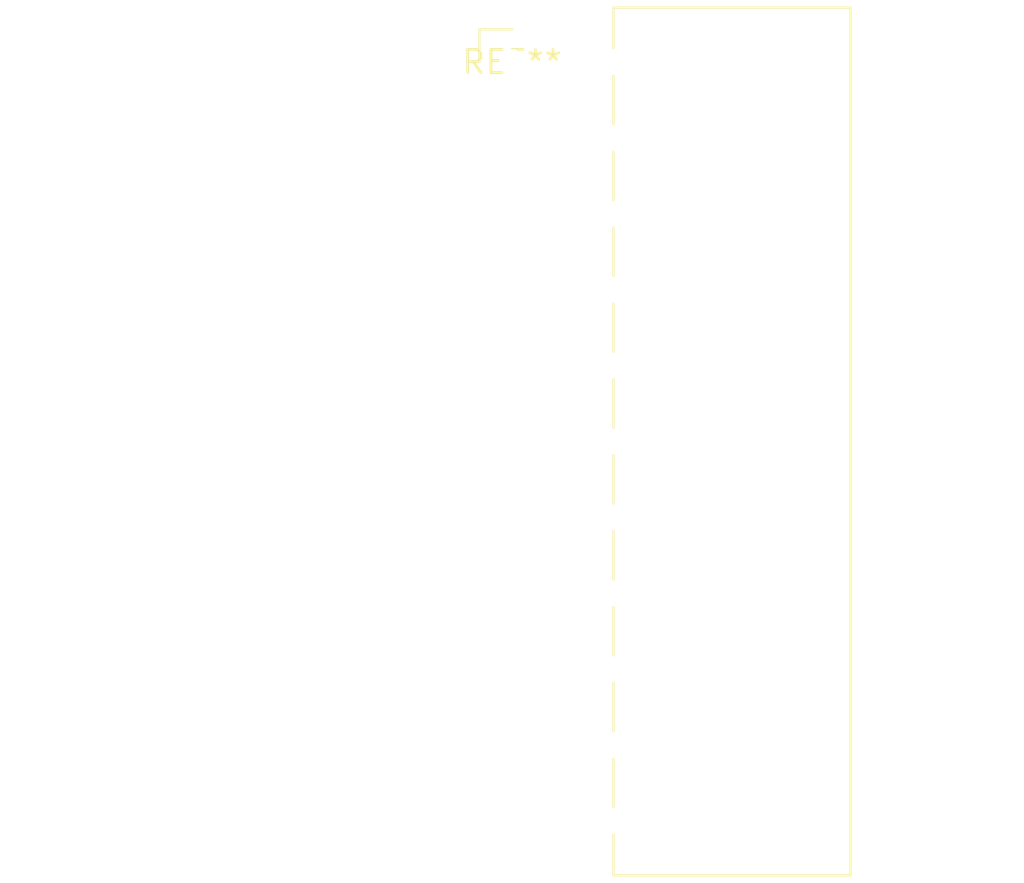
<source format=kicad_pcb>
(kicad_pcb (version 20240108) (generator pcbnew)
  (layers (0 "F.Cu" signal) (31 "B.Cu" signal) (34 "B.Paste" user) (35 "F.Paste" user) (36 "B.SilkS" user "B.Silkscreen") (37 "F.SilkS" user "F.Silkscreen") (38 "B.Mask" user) (39 "F.Mask" user) (44 "Edge.Cuts" user))
  (net 0 "")
  (footprint "TE_MATE-N-LOK_1-794107-x_2x11_P4.14mm_Horizontal" (layer "F.Cu") (at 0 0)
    (property "Reference" "REF**")
    (property "Value" "TE_MATE-N-LOK_1-794107-x_2x11_P4.14mm_Horizontal")
    (fp_line (start -1.78 -1.78) (end -1.78 0) (layer "F.SilkS") (stroke (width 0.12)))
    (fp_line (start 0 -1.78) (end -1.78 -1.78) (layer "F.SilkS") (stroke (width 0.12)))
    (fp_line (start 5.53 -2.97) (end 18.45 -2.97) (layer "F.SilkS") (stroke (width 0.12)))
    (fp_line (start 5.53 -0.751199) (end 5.53 -2.97) (layer "F.SilkS") (stroke (width 0.12)))
    (fp_line (start 5.53 0.751199) (end 5.53 3.388801) (layer "F.SilkS") (stroke (width 0.12)))
    (fp_line (start 5.53 4.891199) (end 5.53 7.528801) (layer "F.SilkS") (stroke (width 0.12)))
    (fp_line (start 5.53 9.031199) (end 5.53 11.668801) (layer "F.SilkS") (stroke (width 0.12)))
    (fp_line (start 5.53 13.171199) (end 5.53 15.808801) (layer "F.SilkS") (stroke (width 0.12)))
    (fp_line (start 5.53 17.311199) (end 5.53 19.948801) (layer "F.SilkS") (stroke (width 0.12)))
    (fp_line (start 5.53 21.451199) (end 5.53 24.088801) (layer "F.SilkS") (stroke (width 0.12)))
    (fp_line (start 5.53 25.591199) (end 5.53 28.228801) (layer "F.SilkS") (stroke (width 0.12)))
    (fp_line (start 5.53 29.731199) (end 5.53 32.368801) (layer "F.SilkS") (stroke (width 0.12)))
    (fp_line (start 5.53 33.871199) (end 5.53 36.508801) (layer "F.SilkS") (stroke (width 0.12)))
    (fp_line (start 5.53 38.011199) (end 5.53 40.648801) (layer "F.SilkS") (stroke (width 0.12)))
    (fp_line (start 5.53 44.37) (end 5.53 42.151199) (layer "F.SilkS") (stroke (width 0.12)))
    (fp_line (start 18.45 -2.97) (end 18.45 44.37) (layer "F.SilkS") (stroke (width 0.12)))
    (fp_line (start 18.45 44.37) (end 5.53 44.37) (layer "F.SilkS") (stroke (width 0.12)))
    (pad "" np_thru_hole circle (at 11.48 8.28) (size 3.86 3.86) (drill 3.86) (layers *.Cu *.Mask))
    (pad "" np_thru_hole circle (at 11.48 33.12) (size 3.86 3.86) (drill 3.86) (layers *.Cu *.Mask))
    (pad "1" thru_hole roundrect (at 0 0) (size 2.64 2.64) (drill 1.4) (layers *.Cu *.Mask) (remove_unused_layers) (roundrect_rratio 0.094697))
    (pad "2" thru_hole circle (at 0 4.14) (size 2.64 2.64) (drill 1.4) (layers *.Cu *.Mask) (remove_unused_layers))
    (pad "3" thru_hole circle (at 0 8.28) (size 2.64 2.64) (drill 1.4) (layers *.Cu *.Mask) (remove_unused_layers))
    (pad "4" thru_hole circle (at 0 12.42) (size 2.64 2.64) (drill 1.4) (layers *.Cu *.Mask) (remove_unused_layers))
    (pad "5" thru_hole circle (at 0 16.56) (size 2.64 2.64) (drill 1.4) (layers *.Cu *.Mask) (remove_unused_layers))
    (pad "6" thru_hole circle (at 0 20.7) (size 2.64 2.64) (drill 1.4) (layers *.Cu *.Mask) (remove_unused_layers))
    (pad "7" thru_hole circle (at 0 24.84) (size 2.64 2.64) (drill 1.4) (layers *.Cu *.Mask) (remove_unused_layers))
    (pad "8" thru_hole circle (at 0 28.98) (size 2.64 2.64) (drill 1.4) (layers *.Cu *.Mask) (remove_unused_layers))
    (pad "9" thru_hole circle (at 0 33.12) (size 2.64 2.64) (drill 1.4) (layers *.Cu *.Mask) (remove_unused_layers))
    (pad "10" thru_hole circle (at 0 37.26) (size 2.64 2.64) (drill 1.4) (layers *.Cu *.Mask) (remove_unused_layers))
    (pad "11" thru_hole circle (at 0 41.4) (size 2.64 2.64) (drill 1.4) (layers *.Cu *.Mask) (remove_unused_layers))
    (pad "12" thru_hole circle (at 4.14 0) (size 2.64 2.64) (drill 1.4) (layers *.Cu *.Mask) (remove_unused_layers))
    (pad "13" thru_hole circle (at 4.14 4.14) (size 2.64 2.64) (drill 1.4) (layers *.Cu *.Mask) (remove_unused_layers))
    (pad "14" thru_hole circle (at 4.14 8.28) (size 2.64 2.64) (drill 1.4) (layers *.Cu *.Mask) (remove_unused_layers))
    (pad "15" thru_hole circle (at 4.14 12.42) (size 2.64 2.64) (drill 1.4) (layers *.Cu *.Mask) (remove_unused_layers))
    (pad "16" thru_hole circle (at 4.14 16.56) (size 2.64 2.64) (drill 1.4) (layers *.Cu *.Mask) (remove_unused_layers))
    (pad "17" thru_hole circle (at 4.14 20.7) (size 2.64 2.64) (drill 1.4) (layers *.Cu *.Mask) (remove_unused_layers))
    (pad "18" thru_hole circle (at 4.14 24.84) (size 2.64 2.64) (drill 1.4) (layers *.Cu *.Mask) (remove_unused_layers))
    (pad "19" thru_hole circle (at 4.14 28.98) (size 2.64 2.64) (drill 1.4) (layers *.Cu *.Mask) (remove_unused_layers))
    (pad "20" thru_hole circle (at 4.14 33.12) (size 2.64 2.64) (drill 1.4) (layers *.Cu *.Mask) (remove_unused_layers))
    (pad "21" thru_hole circle (at 4.14 37.26) (size 2.64 2.64) (drill 1.4) (layers *.Cu *.Mask) (remove_unused_layers))
    (pad "22" thru_hole circle (at 4.14 41.4) (size 2.64 2.64) (drill 1.4) (layers *.Cu *.Mask) (remove_unused_layers))
  )
)
</source>
